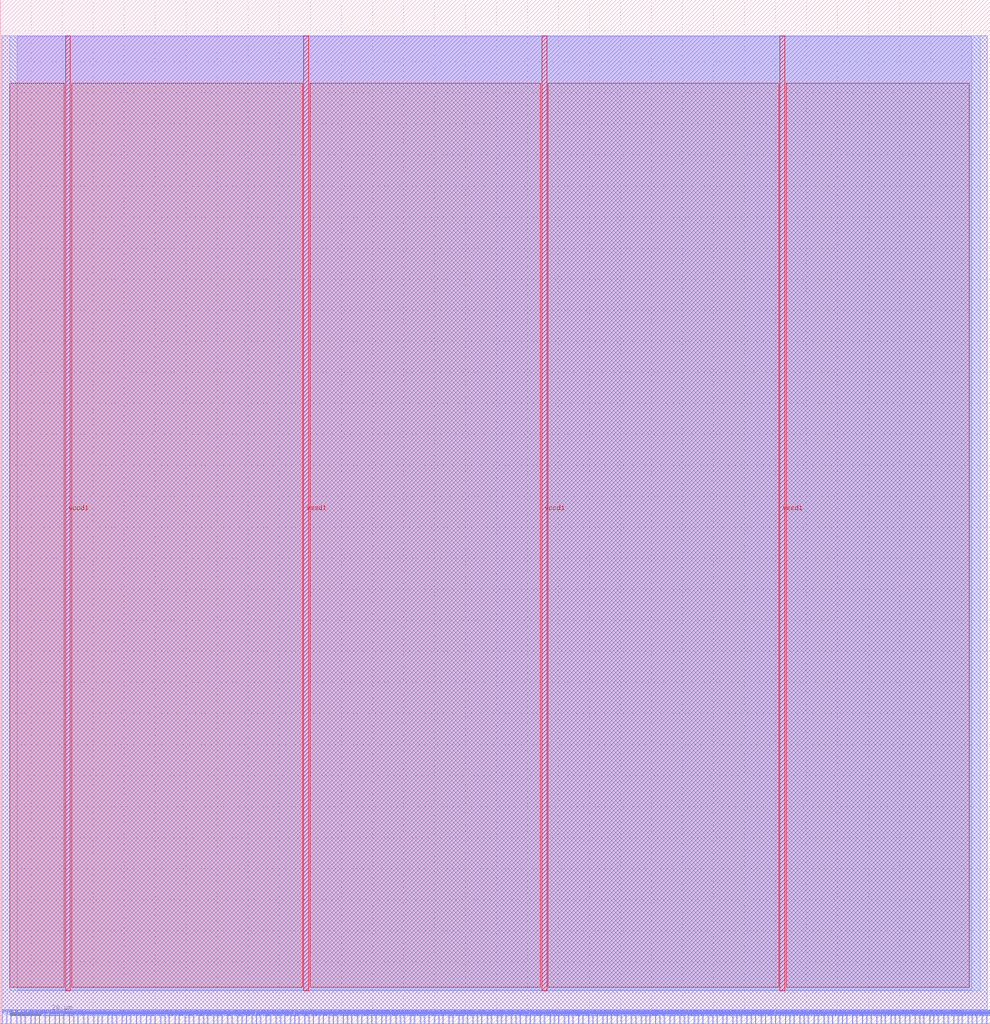
<source format=lef>
VERSION 5.7 ;
  NOWIREEXTENSIONATPIN ON ;
  DIVIDERCHAR "/" ;
  BUSBITCHARS "[]" ;
MACRO mkQF100Memory
  CLASS BLOCK ;
  FOREIGN mkQF100Memory ;
  ORIGIN 0.000 0.000 ;
  SIZE 319.240 BY 329.960 ;
  PIN CLK
    DIRECTION INPUT ;
    USE SIGNAL ;
    PORT
      LAYER met2 ;
        RECT 0.550 0.000 0.830 4.000 ;
    END
  END CLK
  PIN EN_memory_dmem_request_put
    DIRECTION INPUT ;
    USE SIGNAL ;
    PORT
      LAYER met2 ;
        RECT 3.310 0.000 3.590 4.000 ;
    END
  END EN_memory_dmem_request_put
  PIN EN_memory_dmem_response_get
    DIRECTION INPUT ;
    USE SIGNAL ;
    PORT
      LAYER met2 ;
        RECT 5.150 0.000 5.430 4.000 ;
    END
  END EN_memory_dmem_response_get
  PIN EN_memory_imem_request_put
    DIRECTION INPUT ;
    USE SIGNAL ;
    PORT
      LAYER met2 ;
        RECT 6.530 0.000 6.810 4.000 ;
    END
  END EN_memory_imem_request_put
  PIN EN_memory_imem_response_get
    DIRECTION INPUT ;
    USE SIGNAL ;
    PORT
      LAYER met2 ;
        RECT 7.910 0.000 8.190 4.000 ;
    END
  END EN_memory_imem_response_get
  PIN RDY_memory_dmem_request_put
    DIRECTION OUTPUT TRISTATE ;
    USE SIGNAL ;
    PORT
      LAYER met2 ;
        RECT 9.750 0.000 10.030 4.000 ;
    END
  END RDY_memory_dmem_request_put
  PIN RDY_memory_dmem_response_get
    DIRECTION OUTPUT TRISTATE ;
    USE SIGNAL ;
    PORT
      LAYER met2 ;
        RECT 11.130 0.000 11.410 4.000 ;
    END
  END RDY_memory_dmem_response_get
  PIN RDY_memory_imem_request_put
    DIRECTION OUTPUT TRISTATE ;
    USE SIGNAL ;
    PORT
      LAYER met2 ;
        RECT 12.510 0.000 12.790 4.000 ;
    END
  END RDY_memory_imem_request_put
  PIN RDY_memory_imem_response_get
    DIRECTION OUTPUT TRISTATE ;
    USE SIGNAL ;
    PORT
      LAYER met2 ;
        RECT 14.350 0.000 14.630 4.000 ;
    END
  END RDY_memory_imem_response_get
  PIN RST_N
    DIRECTION INPUT ;
    USE SIGNAL ;
    PORT
      LAYER met2 ;
        RECT 1.930 0.000 2.210 4.000 ;
    END
  END RST_N
  PIN memory_dmem_request_put[0]
    DIRECTION INPUT ;
    USE SIGNAL ;
    PORT
      LAYER met2 ;
        RECT 15.730 0.000 16.010 4.000 ;
    END
  END memory_dmem_request_put[0]
  PIN memory_dmem_request_put[10]
    DIRECTION INPUT ;
    USE SIGNAL ;
    PORT
      LAYER met2 ;
        RECT 77.830 0.000 78.110 4.000 ;
    END
  END memory_dmem_request_put[10]
  PIN memory_dmem_request_put[11]
    DIRECTION INPUT ;
    USE SIGNAL ;
    PORT
      LAYER met2 ;
        RECT 83.810 0.000 84.090 4.000 ;
    END
  END memory_dmem_request_put[11]
  PIN memory_dmem_request_put[12]
    DIRECTION INPUT ;
    USE SIGNAL ;
    PORT
      LAYER met2 ;
        RECT 90.250 0.000 90.530 4.000 ;
    END
  END memory_dmem_request_put[12]
  PIN memory_dmem_request_put[13]
    DIRECTION INPUT ;
    USE SIGNAL ;
    PORT
      LAYER met2 ;
        RECT 96.230 0.000 96.510 4.000 ;
    END
  END memory_dmem_request_put[13]
  PIN memory_dmem_request_put[14]
    DIRECTION INPUT ;
    USE SIGNAL ;
    PORT
      LAYER met2 ;
        RECT 102.670 0.000 102.950 4.000 ;
    END
  END memory_dmem_request_put[14]
  PIN memory_dmem_request_put[15]
    DIRECTION INPUT ;
    USE SIGNAL ;
    PORT
      LAYER met2 ;
        RECT 108.650 0.000 108.930 4.000 ;
    END
  END memory_dmem_request_put[15]
  PIN memory_dmem_request_put[16]
    DIRECTION INPUT ;
    USE SIGNAL ;
    PORT
      LAYER met2 ;
        RECT 115.090 0.000 115.370 4.000 ;
    END
  END memory_dmem_request_put[16]
  PIN memory_dmem_request_put[17]
    DIRECTION INPUT ;
    USE SIGNAL ;
    PORT
      LAYER met2 ;
        RECT 121.070 0.000 121.350 4.000 ;
    END
  END memory_dmem_request_put[17]
  PIN memory_dmem_request_put[18]
    DIRECTION INPUT ;
    USE SIGNAL ;
    PORT
      LAYER met2 ;
        RECT 127.510 0.000 127.790 4.000 ;
    END
  END memory_dmem_request_put[18]
  PIN memory_dmem_request_put[19]
    DIRECTION INPUT ;
    USE SIGNAL ;
    PORT
      LAYER met2 ;
        RECT 133.490 0.000 133.770 4.000 ;
    END
  END memory_dmem_request_put[19]
  PIN memory_dmem_request_put[1]
    DIRECTION INPUT ;
    USE SIGNAL ;
    PORT
      LAYER met2 ;
        RECT 22.170 0.000 22.450 4.000 ;
    END
  END memory_dmem_request_put[1]
  PIN memory_dmem_request_put[20]
    DIRECTION INPUT ;
    USE SIGNAL ;
    PORT
      LAYER met2 ;
        RECT 139.930 0.000 140.210 4.000 ;
    END
  END memory_dmem_request_put[20]
  PIN memory_dmem_request_put[21]
    DIRECTION INPUT ;
    USE SIGNAL ;
    PORT
      LAYER met2 ;
        RECT 145.910 0.000 146.190 4.000 ;
    END
  END memory_dmem_request_put[21]
  PIN memory_dmem_request_put[22]
    DIRECTION INPUT ;
    USE SIGNAL ;
    PORT
      LAYER met2 ;
        RECT 152.350 0.000 152.630 4.000 ;
    END
  END memory_dmem_request_put[22]
  PIN memory_dmem_request_put[23]
    DIRECTION INPUT ;
    USE SIGNAL ;
    PORT
      LAYER met2 ;
        RECT 158.330 0.000 158.610 4.000 ;
    END
  END memory_dmem_request_put[23]
  PIN memory_dmem_request_put[24]
    DIRECTION INPUT ;
    USE SIGNAL ;
    PORT
      LAYER met2 ;
        RECT 164.770 0.000 165.050 4.000 ;
    END
  END memory_dmem_request_put[24]
  PIN memory_dmem_request_put[25]
    DIRECTION INPUT ;
    USE SIGNAL ;
    PORT
      LAYER met2 ;
        RECT 170.750 0.000 171.030 4.000 ;
    END
  END memory_dmem_request_put[25]
  PIN memory_dmem_request_put[26]
    DIRECTION INPUT ;
    USE SIGNAL ;
    PORT
      LAYER met2 ;
        RECT 177.190 0.000 177.470 4.000 ;
    END
  END memory_dmem_request_put[26]
  PIN memory_dmem_request_put[27]
    DIRECTION INPUT ;
    USE SIGNAL ;
    PORT
      LAYER met2 ;
        RECT 183.170 0.000 183.450 4.000 ;
    END
  END memory_dmem_request_put[27]
  PIN memory_dmem_request_put[28]
    DIRECTION INPUT ;
    USE SIGNAL ;
    PORT
      LAYER met2 ;
        RECT 189.610 0.000 189.890 4.000 ;
    END
  END memory_dmem_request_put[28]
  PIN memory_dmem_request_put[29]
    DIRECTION INPUT ;
    USE SIGNAL ;
    PORT
      LAYER met2 ;
        RECT 195.590 0.000 195.870 4.000 ;
    END
  END memory_dmem_request_put[29]
  PIN memory_dmem_request_put[2]
    DIRECTION INPUT ;
    USE SIGNAL ;
    PORT
      LAYER met2 ;
        RECT 28.150 0.000 28.430 4.000 ;
    END
  END memory_dmem_request_put[2]
  PIN memory_dmem_request_put[30]
    DIRECTION INPUT ;
    USE SIGNAL ;
    PORT
      LAYER met2 ;
        RECT 201.570 0.000 201.850 4.000 ;
    END
  END memory_dmem_request_put[30]
  PIN memory_dmem_request_put[31]
    DIRECTION INPUT ;
    USE SIGNAL ;
    PORT
      LAYER met2 ;
        RECT 208.010 0.000 208.290 4.000 ;
    END
  END memory_dmem_request_put[31]
  PIN memory_dmem_request_put[32]
    DIRECTION INPUT ;
    USE SIGNAL ;
    PORT
      LAYER met2 ;
        RECT 213.990 0.000 214.270 4.000 ;
    END
  END memory_dmem_request_put[32]
  PIN memory_dmem_request_put[33]
    DIRECTION INPUT ;
    USE SIGNAL ;
    PORT
      LAYER met2 ;
        RECT 215.830 0.000 216.110 4.000 ;
    END
  END memory_dmem_request_put[33]
  PIN memory_dmem_request_put[34]
    DIRECTION INPUT ;
    USE SIGNAL ;
    PORT
      LAYER met2 ;
        RECT 217.210 0.000 217.490 4.000 ;
    END
  END memory_dmem_request_put[34]
  PIN memory_dmem_request_put[35]
    DIRECTION INPUT ;
    USE SIGNAL ;
    PORT
      LAYER met2 ;
        RECT 219.050 0.000 219.330 4.000 ;
    END
  END memory_dmem_request_put[35]
  PIN memory_dmem_request_put[36]
    DIRECTION INPUT ;
    USE SIGNAL ;
    PORT
      LAYER met2 ;
        RECT 220.430 0.000 220.710 4.000 ;
    END
  END memory_dmem_request_put[36]
  PIN memory_dmem_request_put[37]
    DIRECTION INPUT ;
    USE SIGNAL ;
    PORT
      LAYER met2 ;
        RECT 221.810 0.000 222.090 4.000 ;
    END
  END memory_dmem_request_put[37]
  PIN memory_dmem_request_put[38]
    DIRECTION INPUT ;
    USE SIGNAL ;
    PORT
      LAYER met2 ;
        RECT 223.650 0.000 223.930 4.000 ;
    END
  END memory_dmem_request_put[38]
  PIN memory_dmem_request_put[39]
    DIRECTION INPUT ;
    USE SIGNAL ;
    PORT
      LAYER met2 ;
        RECT 225.030 0.000 225.310 4.000 ;
    END
  END memory_dmem_request_put[39]
  PIN memory_dmem_request_put[3]
    DIRECTION INPUT ;
    USE SIGNAL ;
    PORT
      LAYER met2 ;
        RECT 34.590 0.000 34.870 4.000 ;
    END
  END memory_dmem_request_put[3]
  PIN memory_dmem_request_put[40]
    DIRECTION INPUT ;
    USE SIGNAL ;
    PORT
      LAYER met2 ;
        RECT 226.410 0.000 226.690 4.000 ;
    END
  END memory_dmem_request_put[40]
  PIN memory_dmem_request_put[41]
    DIRECTION INPUT ;
    USE SIGNAL ;
    PORT
      LAYER met2 ;
        RECT 228.250 0.000 228.530 4.000 ;
    END
  END memory_dmem_request_put[41]
  PIN memory_dmem_request_put[42]
    DIRECTION INPUT ;
    USE SIGNAL ;
    PORT
      LAYER met2 ;
        RECT 229.630 0.000 229.910 4.000 ;
    END
  END memory_dmem_request_put[42]
  PIN memory_dmem_request_put[43]
    DIRECTION INPUT ;
    USE SIGNAL ;
    PORT
      LAYER met2 ;
        RECT 231.010 0.000 231.290 4.000 ;
    END
  END memory_dmem_request_put[43]
  PIN memory_dmem_request_put[44]
    DIRECTION INPUT ;
    USE SIGNAL ;
    PORT
      LAYER met2 ;
        RECT 232.850 0.000 233.130 4.000 ;
    END
  END memory_dmem_request_put[44]
  PIN memory_dmem_request_put[45]
    DIRECTION INPUT ;
    USE SIGNAL ;
    PORT
      LAYER met2 ;
        RECT 234.230 0.000 234.510 4.000 ;
    END
  END memory_dmem_request_put[45]
  PIN memory_dmem_request_put[46]
    DIRECTION INPUT ;
    USE SIGNAL ;
    PORT
      LAYER met2 ;
        RECT 236.070 0.000 236.350 4.000 ;
    END
  END memory_dmem_request_put[46]
  PIN memory_dmem_request_put[47]
    DIRECTION INPUT ;
    USE SIGNAL ;
    PORT
      LAYER met2 ;
        RECT 237.450 0.000 237.730 4.000 ;
    END
  END memory_dmem_request_put[47]
  PIN memory_dmem_request_put[48]
    DIRECTION INPUT ;
    USE SIGNAL ;
    PORT
      LAYER met2 ;
        RECT 238.830 0.000 239.110 4.000 ;
    END
  END memory_dmem_request_put[48]
  PIN memory_dmem_request_put[49]
    DIRECTION INPUT ;
    USE SIGNAL ;
    PORT
      LAYER met2 ;
        RECT 240.670 0.000 240.950 4.000 ;
    END
  END memory_dmem_request_put[49]
  PIN memory_dmem_request_put[4]
    DIRECTION INPUT ;
    USE SIGNAL ;
    PORT
      LAYER met2 ;
        RECT 40.570 0.000 40.850 4.000 ;
    END
  END memory_dmem_request_put[4]
  PIN memory_dmem_request_put[50]
    DIRECTION INPUT ;
    USE SIGNAL ;
    PORT
      LAYER met2 ;
        RECT 242.050 0.000 242.330 4.000 ;
    END
  END memory_dmem_request_put[50]
  PIN memory_dmem_request_put[51]
    DIRECTION INPUT ;
    USE SIGNAL ;
    PORT
      LAYER met2 ;
        RECT 243.430 0.000 243.710 4.000 ;
    END
  END memory_dmem_request_put[51]
  PIN memory_dmem_request_put[52]
    DIRECTION INPUT ;
    USE SIGNAL ;
    PORT
      LAYER met2 ;
        RECT 245.270 0.000 245.550 4.000 ;
    END
  END memory_dmem_request_put[52]
  PIN memory_dmem_request_put[53]
    DIRECTION INPUT ;
    USE SIGNAL ;
    PORT
      LAYER met2 ;
        RECT 246.650 0.000 246.930 4.000 ;
    END
  END memory_dmem_request_put[53]
  PIN memory_dmem_request_put[54]
    DIRECTION INPUT ;
    USE SIGNAL ;
    PORT
      LAYER met2 ;
        RECT 248.490 0.000 248.770 4.000 ;
    END
  END memory_dmem_request_put[54]
  PIN memory_dmem_request_put[55]
    DIRECTION INPUT ;
    USE SIGNAL ;
    PORT
      LAYER met2 ;
        RECT 249.870 0.000 250.150 4.000 ;
    END
  END memory_dmem_request_put[55]
  PIN memory_dmem_request_put[56]
    DIRECTION INPUT ;
    USE SIGNAL ;
    PORT
      LAYER met2 ;
        RECT 251.250 0.000 251.530 4.000 ;
    END
  END memory_dmem_request_put[56]
  PIN memory_dmem_request_put[57]
    DIRECTION INPUT ;
    USE SIGNAL ;
    PORT
      LAYER met2 ;
        RECT 253.090 0.000 253.370 4.000 ;
    END
  END memory_dmem_request_put[57]
  PIN memory_dmem_request_put[58]
    DIRECTION INPUT ;
    USE SIGNAL ;
    PORT
      LAYER met2 ;
        RECT 254.470 0.000 254.750 4.000 ;
    END
  END memory_dmem_request_put[58]
  PIN memory_dmem_request_put[59]
    DIRECTION INPUT ;
    USE SIGNAL ;
    PORT
      LAYER met2 ;
        RECT 255.850 0.000 256.130 4.000 ;
    END
  END memory_dmem_request_put[59]
  PIN memory_dmem_request_put[5]
    DIRECTION INPUT ;
    USE SIGNAL ;
    PORT
      LAYER met2 ;
        RECT 47.010 0.000 47.290 4.000 ;
    END
  END memory_dmem_request_put[5]
  PIN memory_dmem_request_put[60]
    DIRECTION INPUT ;
    USE SIGNAL ;
    PORT
      LAYER met2 ;
        RECT 257.690 0.000 257.970 4.000 ;
    END
  END memory_dmem_request_put[60]
  PIN memory_dmem_request_put[61]
    DIRECTION INPUT ;
    USE SIGNAL ;
    PORT
      LAYER met2 ;
        RECT 259.070 0.000 259.350 4.000 ;
    END
  END memory_dmem_request_put[61]
  PIN memory_dmem_request_put[62]
    DIRECTION INPUT ;
    USE SIGNAL ;
    PORT
      LAYER met2 ;
        RECT 260.450 0.000 260.730 4.000 ;
    END
  END memory_dmem_request_put[62]
  PIN memory_dmem_request_put[63]
    DIRECTION INPUT ;
    USE SIGNAL ;
    PORT
      LAYER met2 ;
        RECT 262.290 0.000 262.570 4.000 ;
    END
  END memory_dmem_request_put[63]
  PIN memory_dmem_request_put[64]
    DIRECTION INPUT ;
    USE SIGNAL ;
    PORT
      LAYER met2 ;
        RECT 263.670 0.000 263.950 4.000 ;
    END
  END memory_dmem_request_put[64]
  PIN memory_dmem_request_put[65]
    DIRECTION INPUT ;
    USE SIGNAL ;
    PORT
      LAYER met2 ;
        RECT 265.510 0.000 265.790 4.000 ;
    END
  END memory_dmem_request_put[65]
  PIN memory_dmem_request_put[66]
    DIRECTION INPUT ;
    USE SIGNAL ;
    PORT
      LAYER met2 ;
        RECT 266.890 0.000 267.170 4.000 ;
    END
  END memory_dmem_request_put[66]
  PIN memory_dmem_request_put[67]
    DIRECTION INPUT ;
    USE SIGNAL ;
    PORT
      LAYER met2 ;
        RECT 268.270 0.000 268.550 4.000 ;
    END
  END memory_dmem_request_put[67]
  PIN memory_dmem_request_put[68]
    DIRECTION INPUT ;
    USE SIGNAL ;
    PORT
      LAYER met2 ;
        RECT 270.110 0.000 270.390 4.000 ;
    END
  END memory_dmem_request_put[68]
  PIN memory_dmem_request_put[69]
    DIRECTION INPUT ;
    USE SIGNAL ;
    PORT
      LAYER met2 ;
        RECT 271.490 0.000 271.770 4.000 ;
    END
  END memory_dmem_request_put[69]
  PIN memory_dmem_request_put[6]
    DIRECTION INPUT ;
    USE SIGNAL ;
    PORT
      LAYER met2 ;
        RECT 52.990 0.000 53.270 4.000 ;
    END
  END memory_dmem_request_put[6]
  PIN memory_dmem_request_put[70]
    DIRECTION INPUT ;
    USE SIGNAL ;
    PORT
      LAYER met2 ;
        RECT 272.870 0.000 273.150 4.000 ;
    END
  END memory_dmem_request_put[70]
  PIN memory_dmem_request_put[71]
    DIRECTION INPUT ;
    USE SIGNAL ;
    PORT
      LAYER met2 ;
        RECT 274.710 0.000 274.990 4.000 ;
    END
  END memory_dmem_request_put[71]
  PIN memory_dmem_request_put[72]
    DIRECTION INPUT ;
    USE SIGNAL ;
    PORT
      LAYER met2 ;
        RECT 276.090 0.000 276.370 4.000 ;
    END
  END memory_dmem_request_put[72]
  PIN memory_dmem_request_put[73]
    DIRECTION INPUT ;
    USE SIGNAL ;
    PORT
      LAYER met2 ;
        RECT 277.930 0.000 278.210 4.000 ;
    END
  END memory_dmem_request_put[73]
  PIN memory_dmem_request_put[74]
    DIRECTION INPUT ;
    USE SIGNAL ;
    PORT
      LAYER met2 ;
        RECT 279.310 0.000 279.590 4.000 ;
    END
  END memory_dmem_request_put[74]
  PIN memory_dmem_request_put[75]
    DIRECTION INPUT ;
    USE SIGNAL ;
    PORT
      LAYER met2 ;
        RECT 280.690 0.000 280.970 4.000 ;
    END
  END memory_dmem_request_put[75]
  PIN memory_dmem_request_put[76]
    DIRECTION INPUT ;
    USE SIGNAL ;
    PORT
      LAYER met2 ;
        RECT 282.530 0.000 282.810 4.000 ;
    END
  END memory_dmem_request_put[76]
  PIN memory_dmem_request_put[77]
    DIRECTION INPUT ;
    USE SIGNAL ;
    PORT
      LAYER met2 ;
        RECT 283.910 0.000 284.190 4.000 ;
    END
  END memory_dmem_request_put[77]
  PIN memory_dmem_request_put[78]
    DIRECTION INPUT ;
    USE SIGNAL ;
    PORT
      LAYER met2 ;
        RECT 285.290 0.000 285.570 4.000 ;
    END
  END memory_dmem_request_put[78]
  PIN memory_dmem_request_put[79]
    DIRECTION INPUT ;
    USE SIGNAL ;
    PORT
      LAYER met2 ;
        RECT 287.130 0.000 287.410 4.000 ;
    END
  END memory_dmem_request_put[79]
  PIN memory_dmem_request_put[7]
    DIRECTION INPUT ;
    USE SIGNAL ;
    PORT
      LAYER met2 ;
        RECT 59.430 0.000 59.710 4.000 ;
    END
  END memory_dmem_request_put[7]
  PIN memory_dmem_request_put[80]
    DIRECTION INPUT ;
    USE SIGNAL ;
    PORT
      LAYER met2 ;
        RECT 288.510 0.000 288.790 4.000 ;
    END
  END memory_dmem_request_put[80]
  PIN memory_dmem_request_put[81]
    DIRECTION INPUT ;
    USE SIGNAL ;
    PORT
      LAYER met2 ;
        RECT 289.890 0.000 290.170 4.000 ;
    END
  END memory_dmem_request_put[81]
  PIN memory_dmem_request_put[82]
    DIRECTION INPUT ;
    USE SIGNAL ;
    PORT
      LAYER met2 ;
        RECT 291.730 0.000 292.010 4.000 ;
    END
  END memory_dmem_request_put[82]
  PIN memory_dmem_request_put[83]
    DIRECTION INPUT ;
    USE SIGNAL ;
    PORT
      LAYER met2 ;
        RECT 293.110 0.000 293.390 4.000 ;
    END
  END memory_dmem_request_put[83]
  PIN memory_dmem_request_put[84]
    DIRECTION INPUT ;
    USE SIGNAL ;
    PORT
      LAYER met2 ;
        RECT 294.950 0.000 295.230 4.000 ;
    END
  END memory_dmem_request_put[84]
  PIN memory_dmem_request_put[85]
    DIRECTION INPUT ;
    USE SIGNAL ;
    PORT
      LAYER met2 ;
        RECT 296.330 0.000 296.610 4.000 ;
    END
  END memory_dmem_request_put[85]
  PIN memory_dmem_request_put[86]
    DIRECTION INPUT ;
    USE SIGNAL ;
    PORT
      LAYER met2 ;
        RECT 297.710 0.000 297.990 4.000 ;
    END
  END memory_dmem_request_put[86]
  PIN memory_dmem_request_put[87]
    DIRECTION INPUT ;
    USE SIGNAL ;
    PORT
      LAYER met2 ;
        RECT 299.550 0.000 299.830 4.000 ;
    END
  END memory_dmem_request_put[87]
  PIN memory_dmem_request_put[88]
    DIRECTION INPUT ;
    USE SIGNAL ;
    PORT
      LAYER met2 ;
        RECT 300.930 0.000 301.210 4.000 ;
    END
  END memory_dmem_request_put[88]
  PIN memory_dmem_request_put[89]
    DIRECTION INPUT ;
    USE SIGNAL ;
    PORT
      LAYER met2 ;
        RECT 302.310 0.000 302.590 4.000 ;
    END
  END memory_dmem_request_put[89]
  PIN memory_dmem_request_put[8]
    DIRECTION INPUT ;
    USE SIGNAL ;
    PORT
      LAYER met2 ;
        RECT 65.410 0.000 65.690 4.000 ;
    END
  END memory_dmem_request_put[8]
  PIN memory_dmem_request_put[90]
    DIRECTION INPUT ;
    USE SIGNAL ;
    PORT
      LAYER met2 ;
        RECT 304.150 0.000 304.430 4.000 ;
    END
  END memory_dmem_request_put[90]
  PIN memory_dmem_request_put[91]
    DIRECTION INPUT ;
    USE SIGNAL ;
    PORT
      LAYER met2 ;
        RECT 305.530 0.000 305.810 4.000 ;
    END
  END memory_dmem_request_put[91]
  PIN memory_dmem_request_put[92]
    DIRECTION INPUT ;
    USE SIGNAL ;
    PORT
      LAYER met2 ;
        RECT 307.370 0.000 307.650 4.000 ;
    END
  END memory_dmem_request_put[92]
  PIN memory_dmem_request_put[93]
    DIRECTION INPUT ;
    USE SIGNAL ;
    PORT
      LAYER met2 ;
        RECT 308.750 0.000 309.030 4.000 ;
    END
  END memory_dmem_request_put[93]
  PIN memory_dmem_request_put[94]
    DIRECTION INPUT ;
    USE SIGNAL ;
    PORT
      LAYER met2 ;
        RECT 310.130 0.000 310.410 4.000 ;
    END
  END memory_dmem_request_put[94]
  PIN memory_dmem_request_put[95]
    DIRECTION INPUT ;
    USE SIGNAL ;
    PORT
      LAYER met2 ;
        RECT 311.970 0.000 312.250 4.000 ;
    END
  END memory_dmem_request_put[95]
  PIN memory_dmem_request_put[96]
    DIRECTION INPUT ;
    USE SIGNAL ;
    PORT
      LAYER met2 ;
        RECT 313.350 0.000 313.630 4.000 ;
    END
  END memory_dmem_request_put[96]
  PIN memory_dmem_request_put[97]
    DIRECTION INPUT ;
    USE SIGNAL ;
    PORT
      LAYER met2 ;
        RECT 314.730 0.000 315.010 4.000 ;
    END
  END memory_dmem_request_put[97]
  PIN memory_dmem_request_put[98]
    DIRECTION INPUT ;
    USE SIGNAL ;
    PORT
      LAYER met2 ;
        RECT 316.570 0.000 316.850 4.000 ;
    END
  END memory_dmem_request_put[98]
  PIN memory_dmem_request_put[99]
    DIRECTION INPUT ;
    USE SIGNAL ;
    PORT
      LAYER met2 ;
        RECT 317.950 0.000 318.230 4.000 ;
    END
  END memory_dmem_request_put[99]
  PIN memory_dmem_request_put[9]
    DIRECTION INPUT ;
    USE SIGNAL ;
    PORT
      LAYER met2 ;
        RECT 71.390 0.000 71.670 4.000 ;
    END
  END memory_dmem_request_put[9]
  PIN memory_dmem_response_get[0]
    DIRECTION OUTPUT TRISTATE ;
    USE SIGNAL ;
    PORT
      LAYER met2 ;
        RECT 17.570 0.000 17.850 4.000 ;
    END
  END memory_dmem_response_get[0]
  PIN memory_dmem_response_get[10]
    DIRECTION OUTPUT TRISTATE ;
    USE SIGNAL ;
    PORT
      LAYER met2 ;
        RECT 79.210 0.000 79.490 4.000 ;
    END
  END memory_dmem_response_get[10]
  PIN memory_dmem_response_get[11]
    DIRECTION OUTPUT TRISTATE ;
    USE SIGNAL ;
    PORT
      LAYER met2 ;
        RECT 85.650 0.000 85.930 4.000 ;
    END
  END memory_dmem_response_get[11]
  PIN memory_dmem_response_get[12]
    DIRECTION OUTPUT TRISTATE ;
    USE SIGNAL ;
    PORT
      LAYER met2 ;
        RECT 91.630 0.000 91.910 4.000 ;
    END
  END memory_dmem_response_get[12]
  PIN memory_dmem_response_get[13]
    DIRECTION OUTPUT TRISTATE ;
    USE SIGNAL ;
    PORT
      LAYER met2 ;
        RECT 98.070 0.000 98.350 4.000 ;
    END
  END memory_dmem_response_get[13]
  PIN memory_dmem_response_get[14]
    DIRECTION OUTPUT TRISTATE ;
    USE SIGNAL ;
    PORT
      LAYER met2 ;
        RECT 104.050 0.000 104.330 4.000 ;
    END
  END memory_dmem_response_get[14]
  PIN memory_dmem_response_get[15]
    DIRECTION OUTPUT TRISTATE ;
    USE SIGNAL ;
    PORT
      LAYER met2 ;
        RECT 110.490 0.000 110.770 4.000 ;
    END
  END memory_dmem_response_get[15]
  PIN memory_dmem_response_get[16]
    DIRECTION OUTPUT TRISTATE ;
    USE SIGNAL ;
    PORT
      LAYER met2 ;
        RECT 116.470 0.000 116.750 4.000 ;
    END
  END memory_dmem_response_get[16]
  PIN memory_dmem_response_get[17]
    DIRECTION OUTPUT TRISTATE ;
    USE SIGNAL ;
    PORT
      LAYER met2 ;
        RECT 122.910 0.000 123.190 4.000 ;
    END
  END memory_dmem_response_get[17]
  PIN memory_dmem_response_get[18]
    DIRECTION OUTPUT TRISTATE ;
    USE SIGNAL ;
    PORT
      LAYER met2 ;
        RECT 128.890 0.000 129.170 4.000 ;
    END
  END memory_dmem_response_get[18]
  PIN memory_dmem_response_get[19]
    DIRECTION OUTPUT TRISTATE ;
    USE SIGNAL ;
    PORT
      LAYER met2 ;
        RECT 135.330 0.000 135.610 4.000 ;
    END
  END memory_dmem_response_get[19]
  PIN memory_dmem_response_get[1]
    DIRECTION OUTPUT TRISTATE ;
    USE SIGNAL ;
    PORT
      LAYER met2 ;
        RECT 23.550 0.000 23.830 4.000 ;
    END
  END memory_dmem_response_get[1]
  PIN memory_dmem_response_get[20]
    DIRECTION OUTPUT TRISTATE ;
    USE SIGNAL ;
    PORT
      LAYER met2 ;
        RECT 141.310 0.000 141.590 4.000 ;
    END
  END memory_dmem_response_get[20]
  PIN memory_dmem_response_get[21]
    DIRECTION OUTPUT TRISTATE ;
    USE SIGNAL ;
    PORT
      LAYER met2 ;
        RECT 147.750 0.000 148.030 4.000 ;
    END
  END memory_dmem_response_get[21]
  PIN memory_dmem_response_get[22]
    DIRECTION OUTPUT TRISTATE ;
    USE SIGNAL ;
    PORT
      LAYER met2 ;
        RECT 153.730 0.000 154.010 4.000 ;
    END
  END memory_dmem_response_get[22]
  PIN memory_dmem_response_get[23]
    DIRECTION OUTPUT TRISTATE ;
    USE SIGNAL ;
    PORT
      LAYER met2 ;
        RECT 160.170 0.000 160.450 4.000 ;
    END
  END memory_dmem_response_get[23]
  PIN memory_dmem_response_get[24]
    DIRECTION OUTPUT TRISTATE ;
    USE SIGNAL ;
    PORT
      LAYER met2 ;
        RECT 166.150 0.000 166.430 4.000 ;
    END
  END memory_dmem_response_get[24]
  PIN memory_dmem_response_get[25]
    DIRECTION OUTPUT TRISTATE ;
    USE SIGNAL ;
    PORT
      LAYER met2 ;
        RECT 172.130 0.000 172.410 4.000 ;
    END
  END memory_dmem_response_get[25]
  PIN memory_dmem_response_get[26]
    DIRECTION OUTPUT TRISTATE ;
    USE SIGNAL ;
    PORT
      LAYER met2 ;
        RECT 178.570 0.000 178.850 4.000 ;
    END
  END memory_dmem_response_get[26]
  PIN memory_dmem_response_get[27]
    DIRECTION OUTPUT TRISTATE ;
    USE SIGNAL ;
    PORT
      LAYER met2 ;
        RECT 184.550 0.000 184.830 4.000 ;
    END
  END memory_dmem_response_get[27]
  PIN memory_dmem_response_get[28]
    DIRECTION OUTPUT TRISTATE ;
    USE SIGNAL ;
    PORT
      LAYER met2 ;
        RECT 190.990 0.000 191.270 4.000 ;
    END
  END memory_dmem_response_get[28]
  PIN memory_dmem_response_get[29]
    DIRECTION OUTPUT TRISTATE ;
    USE SIGNAL ;
    PORT
      LAYER met2 ;
        RECT 196.970 0.000 197.250 4.000 ;
    END
  END memory_dmem_response_get[29]
  PIN memory_dmem_response_get[2]
    DIRECTION OUTPUT TRISTATE ;
    USE SIGNAL ;
    PORT
      LAYER met2 ;
        RECT 29.990 0.000 30.270 4.000 ;
    END
  END memory_dmem_response_get[2]
  PIN memory_dmem_response_get[30]
    DIRECTION OUTPUT TRISTATE ;
    USE SIGNAL ;
    PORT
      LAYER met2 ;
        RECT 203.410 0.000 203.690 4.000 ;
    END
  END memory_dmem_response_get[30]
  PIN memory_dmem_response_get[31]
    DIRECTION OUTPUT TRISTATE ;
    USE SIGNAL ;
    PORT
      LAYER met2 ;
        RECT 209.390 0.000 209.670 4.000 ;
    END
  END memory_dmem_response_get[31]
  PIN memory_dmem_response_get[3]
    DIRECTION OUTPUT TRISTATE ;
    USE SIGNAL ;
    PORT
      LAYER met2 ;
        RECT 35.970 0.000 36.250 4.000 ;
    END
  END memory_dmem_response_get[3]
  PIN memory_dmem_response_get[4]
    DIRECTION OUTPUT TRISTATE ;
    USE SIGNAL ;
    PORT
      LAYER met2 ;
        RECT 41.950 0.000 42.230 4.000 ;
    END
  END memory_dmem_response_get[4]
  PIN memory_dmem_response_get[5]
    DIRECTION OUTPUT TRISTATE ;
    USE SIGNAL ;
    PORT
      LAYER met2 ;
        RECT 48.390 0.000 48.670 4.000 ;
    END
  END memory_dmem_response_get[5]
  PIN memory_dmem_response_get[6]
    DIRECTION OUTPUT TRISTATE ;
    USE SIGNAL ;
    PORT
      LAYER met2 ;
        RECT 54.370 0.000 54.650 4.000 ;
    END
  END memory_dmem_response_get[6]
  PIN memory_dmem_response_get[7]
    DIRECTION OUTPUT TRISTATE ;
    USE SIGNAL ;
    PORT
      LAYER met2 ;
        RECT 60.810 0.000 61.090 4.000 ;
    END
  END memory_dmem_response_get[7]
  PIN memory_dmem_response_get[8]
    DIRECTION OUTPUT TRISTATE ;
    USE SIGNAL ;
    PORT
      LAYER met2 ;
        RECT 66.790 0.000 67.070 4.000 ;
    END
  END memory_dmem_response_get[8]
  PIN memory_dmem_response_get[9]
    DIRECTION OUTPUT TRISTATE ;
    USE SIGNAL ;
    PORT
      LAYER met2 ;
        RECT 73.230 0.000 73.510 4.000 ;
    END
  END memory_dmem_response_get[9]
  PIN memory_imem_request_put[0]
    DIRECTION INPUT ;
    USE SIGNAL ;
    PORT
      LAYER met2 ;
        RECT 18.950 0.000 19.230 4.000 ;
    END
  END memory_imem_request_put[0]
  PIN memory_imem_request_put[10]
    DIRECTION INPUT ;
    USE SIGNAL ;
    PORT
      LAYER met2 ;
        RECT 81.050 0.000 81.330 4.000 ;
    END
  END memory_imem_request_put[10]
  PIN memory_imem_request_put[11]
    DIRECTION INPUT ;
    USE SIGNAL ;
    PORT
      LAYER met2 ;
        RECT 87.030 0.000 87.310 4.000 ;
    END
  END memory_imem_request_put[11]
  PIN memory_imem_request_put[12]
    DIRECTION INPUT ;
    USE SIGNAL ;
    PORT
      LAYER met2 ;
        RECT 93.470 0.000 93.750 4.000 ;
    END
  END memory_imem_request_put[12]
  PIN memory_imem_request_put[13]
    DIRECTION INPUT ;
    USE SIGNAL ;
    PORT
      LAYER met2 ;
        RECT 99.450 0.000 99.730 4.000 ;
    END
  END memory_imem_request_put[13]
  PIN memory_imem_request_put[14]
    DIRECTION INPUT ;
    USE SIGNAL ;
    PORT
      LAYER met2 ;
        RECT 105.890 0.000 106.170 4.000 ;
    END
  END memory_imem_request_put[14]
  PIN memory_imem_request_put[15]
    DIRECTION INPUT ;
    USE SIGNAL ;
    PORT
      LAYER met2 ;
        RECT 111.870 0.000 112.150 4.000 ;
    END
  END memory_imem_request_put[15]
  PIN memory_imem_request_put[16]
    DIRECTION INPUT ;
    USE SIGNAL ;
    PORT
      LAYER met2 ;
        RECT 118.310 0.000 118.590 4.000 ;
    END
  END memory_imem_request_put[16]
  PIN memory_imem_request_put[17]
    DIRECTION INPUT ;
    USE SIGNAL ;
    PORT
      LAYER met2 ;
        RECT 124.290 0.000 124.570 4.000 ;
    END
  END memory_imem_request_put[17]
  PIN memory_imem_request_put[18]
    DIRECTION INPUT ;
    USE SIGNAL ;
    PORT
      LAYER met2 ;
        RECT 130.270 0.000 130.550 4.000 ;
    END
  END memory_imem_request_put[18]
  PIN memory_imem_request_put[19]
    DIRECTION INPUT ;
    USE SIGNAL ;
    PORT
      LAYER met2 ;
        RECT 136.710 0.000 136.990 4.000 ;
    END
  END memory_imem_request_put[19]
  PIN memory_imem_request_put[1]
    DIRECTION INPUT ;
    USE SIGNAL ;
    PORT
      LAYER met2 ;
        RECT 24.930 0.000 25.210 4.000 ;
    END
  END memory_imem_request_put[1]
  PIN memory_imem_request_put[20]
    DIRECTION INPUT ;
    USE SIGNAL ;
    PORT
      LAYER met2 ;
        RECT 142.690 0.000 142.970 4.000 ;
    END
  END memory_imem_request_put[20]
  PIN memory_imem_request_put[21]
    DIRECTION INPUT ;
    USE SIGNAL ;
    PORT
      LAYER met2 ;
        RECT 149.130 0.000 149.410 4.000 ;
    END
  END memory_imem_request_put[21]
  PIN memory_imem_request_put[22]
    DIRECTION INPUT ;
    USE SIGNAL ;
    PORT
      LAYER met2 ;
        RECT 155.110 0.000 155.390 4.000 ;
    END
  END memory_imem_request_put[22]
  PIN memory_imem_request_put[23]
    DIRECTION INPUT ;
    USE SIGNAL ;
    PORT
      LAYER met2 ;
        RECT 161.550 0.000 161.830 4.000 ;
    END
  END memory_imem_request_put[23]
  PIN memory_imem_request_put[24]
    DIRECTION INPUT ;
    USE SIGNAL ;
    PORT
      LAYER met2 ;
        RECT 167.530 0.000 167.810 4.000 ;
    END
  END memory_imem_request_put[24]
  PIN memory_imem_request_put[25]
    DIRECTION INPUT ;
    USE SIGNAL ;
    PORT
      LAYER met2 ;
        RECT 173.970 0.000 174.250 4.000 ;
    END
  END memory_imem_request_put[25]
  PIN memory_imem_request_put[26]
    DIRECTION INPUT ;
    USE SIGNAL ;
    PORT
      LAYER met2 ;
        RECT 179.950 0.000 180.230 4.000 ;
    END
  END memory_imem_request_put[26]
  PIN memory_imem_request_put[27]
    DIRECTION INPUT ;
    USE SIGNAL ;
    PORT
      LAYER met2 ;
        RECT 186.390 0.000 186.670 4.000 ;
    END
  END memory_imem_request_put[27]
  PIN memory_imem_request_put[28]
    DIRECTION INPUT ;
    USE SIGNAL ;
    PORT
      LAYER met2 ;
        RECT 192.370 0.000 192.650 4.000 ;
    END
  END memory_imem_request_put[28]
  PIN memory_imem_request_put[29]
    DIRECTION INPUT ;
    USE SIGNAL ;
    PORT
      LAYER met2 ;
        RECT 198.810 0.000 199.090 4.000 ;
    END
  END memory_imem_request_put[29]
  PIN memory_imem_request_put[2]
    DIRECTION INPUT ;
    USE SIGNAL ;
    PORT
      LAYER met2 ;
        RECT 31.370 0.000 31.650 4.000 ;
    END
  END memory_imem_request_put[2]
  PIN memory_imem_request_put[30]
    DIRECTION INPUT ;
    USE SIGNAL ;
    PORT
      LAYER met2 ;
        RECT 204.790 0.000 205.070 4.000 ;
    END
  END memory_imem_request_put[30]
  PIN memory_imem_request_put[31]
    DIRECTION INPUT ;
    USE SIGNAL ;
    PORT
      LAYER met2 ;
        RECT 211.230 0.000 211.510 4.000 ;
    END
  END memory_imem_request_put[31]
  PIN memory_imem_request_put[3]
    DIRECTION INPUT ;
    USE SIGNAL ;
    PORT
      LAYER met2 ;
        RECT 37.350 0.000 37.630 4.000 ;
    END
  END memory_imem_request_put[3]
  PIN memory_imem_request_put[4]
    DIRECTION INPUT ;
    USE SIGNAL ;
    PORT
      LAYER met2 ;
        RECT 43.790 0.000 44.070 4.000 ;
    END
  END memory_imem_request_put[4]
  PIN memory_imem_request_put[5]
    DIRECTION INPUT ;
    USE SIGNAL ;
    PORT
      LAYER met2 ;
        RECT 49.770 0.000 50.050 4.000 ;
    END
  END memory_imem_request_put[5]
  PIN memory_imem_request_put[6]
    DIRECTION INPUT ;
    USE SIGNAL ;
    PORT
      LAYER met2 ;
        RECT 56.210 0.000 56.490 4.000 ;
    END
  END memory_imem_request_put[6]
  PIN memory_imem_request_put[7]
    DIRECTION INPUT ;
    USE SIGNAL ;
    PORT
      LAYER met2 ;
        RECT 62.190 0.000 62.470 4.000 ;
    END
  END memory_imem_request_put[7]
  PIN memory_imem_request_put[8]
    DIRECTION INPUT ;
    USE SIGNAL ;
    PORT
      LAYER met2 ;
        RECT 68.630 0.000 68.910 4.000 ;
    END
  END memory_imem_request_put[8]
  PIN memory_imem_request_put[9]
    DIRECTION INPUT ;
    USE SIGNAL ;
    PORT
      LAYER met2 ;
        RECT 74.610 0.000 74.890 4.000 ;
    END
  END memory_imem_request_put[9]
  PIN memory_imem_response_get[0]
    DIRECTION OUTPUT TRISTATE ;
    USE SIGNAL ;
    PORT
      LAYER met2 ;
        RECT 20.330 0.000 20.610 4.000 ;
    END
  END memory_imem_response_get[0]
  PIN memory_imem_response_get[10]
    DIRECTION OUTPUT TRISTATE ;
    USE SIGNAL ;
    PORT
      LAYER met2 ;
        RECT 82.430 0.000 82.710 4.000 ;
    END
  END memory_imem_response_get[10]
  PIN memory_imem_response_get[11]
    DIRECTION OUTPUT TRISTATE ;
    USE SIGNAL ;
    PORT
      LAYER met2 ;
        RECT 88.870 0.000 89.150 4.000 ;
    END
  END memory_imem_response_get[11]
  PIN memory_imem_response_get[12]
    DIRECTION OUTPUT TRISTATE ;
    USE SIGNAL ;
    PORT
      LAYER met2 ;
        RECT 94.850 0.000 95.130 4.000 ;
    END
  END memory_imem_response_get[12]
  PIN memory_imem_response_get[13]
    DIRECTION OUTPUT TRISTATE ;
    USE SIGNAL ;
    PORT
      LAYER met2 ;
        RECT 100.830 0.000 101.110 4.000 ;
    END
  END memory_imem_response_get[13]
  PIN memory_imem_response_get[14]
    DIRECTION OUTPUT TRISTATE ;
    USE SIGNAL ;
    PORT
      LAYER met2 ;
        RECT 107.270 0.000 107.550 4.000 ;
    END
  END memory_imem_response_get[14]
  PIN memory_imem_response_get[15]
    DIRECTION OUTPUT TRISTATE ;
    USE SIGNAL ;
    PORT
      LAYER met2 ;
        RECT 113.250 0.000 113.530 4.000 ;
    END
  END memory_imem_response_get[15]
  PIN memory_imem_response_get[16]
    DIRECTION OUTPUT TRISTATE ;
    USE SIGNAL ;
    PORT
      LAYER met2 ;
        RECT 119.690 0.000 119.970 4.000 ;
    END
  END memory_imem_response_get[16]
  PIN memory_imem_response_get[17]
    DIRECTION OUTPUT TRISTATE ;
    USE SIGNAL ;
    PORT
      LAYER met2 ;
        RECT 125.670 0.000 125.950 4.000 ;
    END
  END memory_imem_response_get[17]
  PIN memory_imem_response_get[18]
    DIRECTION OUTPUT TRISTATE ;
    USE SIGNAL ;
    PORT
      LAYER met2 ;
        RECT 132.110 0.000 132.390 4.000 ;
    END
  END memory_imem_response_get[18]
  PIN memory_imem_response_get[19]
    DIRECTION OUTPUT TRISTATE ;
    USE SIGNAL ;
    PORT
      LAYER met2 ;
        RECT 138.090 0.000 138.370 4.000 ;
    END
  END memory_imem_response_get[19]
  PIN memory_imem_response_get[1]
    DIRECTION OUTPUT TRISTATE ;
    USE SIGNAL ;
    PORT
      LAYER met2 ;
        RECT 26.770 0.000 27.050 4.000 ;
    END
  END memory_imem_response_get[1]
  PIN memory_imem_response_get[20]
    DIRECTION OUTPUT TRISTATE ;
    USE SIGNAL ;
    PORT
      LAYER met2 ;
        RECT 144.530 0.000 144.810 4.000 ;
    END
  END memory_imem_response_get[20]
  PIN memory_imem_response_get[21]
    DIRECTION OUTPUT TRISTATE ;
    USE SIGNAL ;
    PORT
      LAYER met2 ;
        RECT 150.510 0.000 150.790 4.000 ;
    END
  END memory_imem_response_get[21]
  PIN memory_imem_response_get[22]
    DIRECTION OUTPUT TRISTATE ;
    USE SIGNAL ;
    PORT
      LAYER met2 ;
        RECT 156.950 0.000 157.230 4.000 ;
    END
  END memory_imem_response_get[22]
  PIN memory_imem_response_get[23]
    DIRECTION OUTPUT TRISTATE ;
    USE SIGNAL ;
    PORT
      LAYER met2 ;
        RECT 162.930 0.000 163.210 4.000 ;
    END
  END memory_imem_response_get[23]
  PIN memory_imem_response_get[24]
    DIRECTION OUTPUT TRISTATE ;
    USE SIGNAL ;
    PORT
      LAYER met2 ;
        RECT 169.370 0.000 169.650 4.000 ;
    END
  END memory_imem_response_get[24]
  PIN memory_imem_response_get[25]
    DIRECTION OUTPUT TRISTATE ;
    USE SIGNAL ;
    PORT
      LAYER met2 ;
        RECT 175.350 0.000 175.630 4.000 ;
    END
  END memory_imem_response_get[25]
  PIN memory_imem_response_get[26]
    DIRECTION OUTPUT TRISTATE ;
    USE SIGNAL ;
    PORT
      LAYER met2 ;
        RECT 181.790 0.000 182.070 4.000 ;
    END
  END memory_imem_response_get[26]
  PIN memory_imem_response_get[27]
    DIRECTION OUTPUT TRISTATE ;
    USE SIGNAL ;
    PORT
      LAYER met2 ;
        RECT 187.770 0.000 188.050 4.000 ;
    END
  END memory_imem_response_get[27]
  PIN memory_imem_response_get[28]
    DIRECTION OUTPUT TRISTATE ;
    USE SIGNAL ;
    PORT
      LAYER met2 ;
        RECT 194.210 0.000 194.490 4.000 ;
    END
  END memory_imem_response_get[28]
  PIN memory_imem_response_get[29]
    DIRECTION OUTPUT TRISTATE ;
    USE SIGNAL ;
    PORT
      LAYER met2 ;
        RECT 200.190 0.000 200.470 4.000 ;
    END
  END memory_imem_response_get[29]
  PIN memory_imem_response_get[2]
    DIRECTION OUTPUT TRISTATE ;
    USE SIGNAL ;
    PORT
      LAYER met2 ;
        RECT 32.750 0.000 33.030 4.000 ;
    END
  END memory_imem_response_get[2]
  PIN memory_imem_response_get[30]
    DIRECTION OUTPUT TRISTATE ;
    USE SIGNAL ;
    PORT
      LAYER met2 ;
        RECT 206.630 0.000 206.910 4.000 ;
    END
  END memory_imem_response_get[30]
  PIN memory_imem_response_get[31]
    DIRECTION OUTPUT TRISTATE ;
    USE SIGNAL ;
    PORT
      LAYER met2 ;
        RECT 212.610 0.000 212.890 4.000 ;
    END
  END memory_imem_response_get[31]
  PIN memory_imem_response_get[3]
    DIRECTION OUTPUT TRISTATE ;
    USE SIGNAL ;
    PORT
      LAYER met2 ;
        RECT 39.190 0.000 39.470 4.000 ;
    END
  END memory_imem_response_get[3]
  PIN memory_imem_response_get[4]
    DIRECTION OUTPUT TRISTATE ;
    USE SIGNAL ;
    PORT
      LAYER met2 ;
        RECT 45.170 0.000 45.450 4.000 ;
    END
  END memory_imem_response_get[4]
  PIN memory_imem_response_get[5]
    DIRECTION OUTPUT TRISTATE ;
    USE SIGNAL ;
    PORT
      LAYER met2 ;
        RECT 51.610 0.000 51.890 4.000 ;
    END
  END memory_imem_response_get[5]
  PIN memory_imem_response_get[6]
    DIRECTION OUTPUT TRISTATE ;
    USE SIGNAL ;
    PORT
      LAYER met2 ;
        RECT 57.590 0.000 57.870 4.000 ;
    END
  END memory_imem_response_get[6]
  PIN memory_imem_response_get[7]
    DIRECTION OUTPUT TRISTATE ;
    USE SIGNAL ;
    PORT
      LAYER met2 ;
        RECT 64.030 0.000 64.310 4.000 ;
    END
  END memory_imem_response_get[7]
  PIN memory_imem_response_get[8]
    DIRECTION OUTPUT TRISTATE ;
    USE SIGNAL ;
    PORT
      LAYER met2 ;
        RECT 70.010 0.000 70.290 4.000 ;
    END
  END memory_imem_response_get[8]
  PIN memory_imem_response_get[9]
    DIRECTION OUTPUT TRISTATE ;
    USE SIGNAL ;
    PORT
      LAYER met2 ;
        RECT 76.450 0.000 76.730 4.000 ;
    END
  END memory_imem_response_get[9]
  PIN vccd1
    DIRECTION INPUT ;
    USE POWER ;
    PORT
      LAYER met4 ;
        RECT 21.040 10.640 22.640 318.480 ;
    END
    PORT
      LAYER met4 ;
        RECT 174.640 10.640 176.240 318.480 ;
    END
  END vccd1
  PIN vssd1
    DIRECTION INPUT ;
    USE GROUND ;
    PORT
      LAYER met4 ;
        RECT 97.840 10.640 99.440 318.480 ;
    END
    PORT
      LAYER met4 ;
        RECT 251.440 10.640 253.040 318.480 ;
    END
  END vssd1
  OBS
      LAYER li1 ;
        RECT 5.520 10.795 313.260 318.325 ;
      LAYER met1 ;
        RECT 0.530 4.460 318.250 318.480 ;
      LAYER met2 ;
        RECT 0.560 4.280 318.220 318.480 ;
        RECT 1.110 3.670 1.650 4.280 ;
        RECT 2.490 3.670 3.030 4.280 ;
        RECT 3.870 3.670 4.870 4.280 ;
        RECT 5.710 3.670 6.250 4.280 ;
        RECT 7.090 3.670 7.630 4.280 ;
        RECT 8.470 3.670 9.470 4.280 ;
        RECT 10.310 3.670 10.850 4.280 ;
        RECT 11.690 3.670 12.230 4.280 ;
        RECT 13.070 3.670 14.070 4.280 ;
        RECT 14.910 3.670 15.450 4.280 ;
        RECT 16.290 3.670 17.290 4.280 ;
        RECT 18.130 3.670 18.670 4.280 ;
        RECT 19.510 3.670 20.050 4.280 ;
        RECT 20.890 3.670 21.890 4.280 ;
        RECT 22.730 3.670 23.270 4.280 ;
        RECT 24.110 3.670 24.650 4.280 ;
        RECT 25.490 3.670 26.490 4.280 ;
        RECT 27.330 3.670 27.870 4.280 ;
        RECT 28.710 3.670 29.710 4.280 ;
        RECT 30.550 3.670 31.090 4.280 ;
        RECT 31.930 3.670 32.470 4.280 ;
        RECT 33.310 3.670 34.310 4.280 ;
        RECT 35.150 3.670 35.690 4.280 ;
        RECT 36.530 3.670 37.070 4.280 ;
        RECT 37.910 3.670 38.910 4.280 ;
        RECT 39.750 3.670 40.290 4.280 ;
        RECT 41.130 3.670 41.670 4.280 ;
        RECT 42.510 3.670 43.510 4.280 ;
        RECT 44.350 3.670 44.890 4.280 ;
        RECT 45.730 3.670 46.730 4.280 ;
        RECT 47.570 3.670 48.110 4.280 ;
        RECT 48.950 3.670 49.490 4.280 ;
        RECT 50.330 3.670 51.330 4.280 ;
        RECT 52.170 3.670 52.710 4.280 ;
        RECT 53.550 3.670 54.090 4.280 ;
        RECT 54.930 3.670 55.930 4.280 ;
        RECT 56.770 3.670 57.310 4.280 ;
        RECT 58.150 3.670 59.150 4.280 ;
        RECT 59.990 3.670 60.530 4.280 ;
        RECT 61.370 3.670 61.910 4.280 ;
        RECT 62.750 3.670 63.750 4.280 ;
        RECT 64.590 3.670 65.130 4.280 ;
        RECT 65.970 3.670 66.510 4.280 ;
        RECT 67.350 3.670 68.350 4.280 ;
        RECT 69.190 3.670 69.730 4.280 ;
        RECT 70.570 3.670 71.110 4.280 ;
        RECT 71.950 3.670 72.950 4.280 ;
        RECT 73.790 3.670 74.330 4.280 ;
        RECT 75.170 3.670 76.170 4.280 ;
        RECT 77.010 3.670 77.550 4.280 ;
        RECT 78.390 3.670 78.930 4.280 ;
        RECT 79.770 3.670 80.770 4.280 ;
        RECT 81.610 3.670 82.150 4.280 ;
        RECT 82.990 3.670 83.530 4.280 ;
        RECT 84.370 3.670 85.370 4.280 ;
        RECT 86.210 3.670 86.750 4.280 ;
        RECT 87.590 3.670 88.590 4.280 ;
        RECT 89.430 3.670 89.970 4.280 ;
        RECT 90.810 3.670 91.350 4.280 ;
        RECT 92.190 3.670 93.190 4.280 ;
        RECT 94.030 3.670 94.570 4.280 ;
        RECT 95.410 3.670 95.950 4.280 ;
        RECT 96.790 3.670 97.790 4.280 ;
        RECT 98.630 3.670 99.170 4.280 ;
        RECT 100.010 3.670 100.550 4.280 ;
        RECT 101.390 3.670 102.390 4.280 ;
        RECT 103.230 3.670 103.770 4.280 ;
        RECT 104.610 3.670 105.610 4.280 ;
        RECT 106.450 3.670 106.990 4.280 ;
        RECT 107.830 3.670 108.370 4.280 ;
        RECT 109.210 3.670 110.210 4.280 ;
        RECT 111.050 3.670 111.590 4.280 ;
        RECT 112.430 3.670 112.970 4.280 ;
        RECT 113.810 3.670 114.810 4.280 ;
        RECT 115.650 3.670 116.190 4.280 ;
        RECT 117.030 3.670 118.030 4.280 ;
        RECT 118.870 3.670 119.410 4.280 ;
        RECT 120.250 3.670 120.790 4.280 ;
        RECT 121.630 3.670 122.630 4.280 ;
        RECT 123.470 3.670 124.010 4.280 ;
        RECT 124.850 3.670 125.390 4.280 ;
        RECT 126.230 3.670 127.230 4.280 ;
        RECT 128.070 3.670 128.610 4.280 ;
        RECT 129.450 3.670 129.990 4.280 ;
        RECT 130.830 3.670 131.830 4.280 ;
        RECT 132.670 3.670 133.210 4.280 ;
        RECT 134.050 3.670 135.050 4.280 ;
        RECT 135.890 3.670 136.430 4.280 ;
        RECT 137.270 3.670 137.810 4.280 ;
        RECT 138.650 3.670 139.650 4.280 ;
        RECT 140.490 3.670 141.030 4.280 ;
        RECT 141.870 3.670 142.410 4.280 ;
        RECT 143.250 3.670 144.250 4.280 ;
        RECT 145.090 3.670 145.630 4.280 ;
        RECT 146.470 3.670 147.470 4.280 ;
        RECT 148.310 3.670 148.850 4.280 ;
        RECT 149.690 3.670 150.230 4.280 ;
        RECT 151.070 3.670 152.070 4.280 ;
        RECT 152.910 3.670 153.450 4.280 ;
        RECT 154.290 3.670 154.830 4.280 ;
        RECT 155.670 3.670 156.670 4.280 ;
        RECT 157.510 3.670 158.050 4.280 ;
        RECT 158.890 3.670 159.890 4.280 ;
        RECT 160.730 3.670 161.270 4.280 ;
        RECT 162.110 3.670 162.650 4.280 ;
        RECT 163.490 3.670 164.490 4.280 ;
        RECT 165.330 3.670 165.870 4.280 ;
        RECT 166.710 3.670 167.250 4.280 ;
        RECT 168.090 3.670 169.090 4.280 ;
        RECT 169.930 3.670 170.470 4.280 ;
        RECT 171.310 3.670 171.850 4.280 ;
        RECT 172.690 3.670 173.690 4.280 ;
        RECT 174.530 3.670 175.070 4.280 ;
        RECT 175.910 3.670 176.910 4.280 ;
        RECT 177.750 3.670 178.290 4.280 ;
        RECT 179.130 3.670 179.670 4.280 ;
        RECT 180.510 3.670 181.510 4.280 ;
        RECT 182.350 3.670 182.890 4.280 ;
        RECT 183.730 3.670 184.270 4.280 ;
        RECT 185.110 3.670 186.110 4.280 ;
        RECT 186.950 3.670 187.490 4.280 ;
        RECT 188.330 3.670 189.330 4.280 ;
        RECT 190.170 3.670 190.710 4.280 ;
        RECT 191.550 3.670 192.090 4.280 ;
        RECT 192.930 3.670 193.930 4.280 ;
        RECT 194.770 3.670 195.310 4.280 ;
        RECT 196.150 3.670 196.690 4.280 ;
        RECT 197.530 3.670 198.530 4.280 ;
        RECT 199.370 3.670 199.910 4.280 ;
        RECT 200.750 3.670 201.290 4.280 ;
        RECT 202.130 3.670 203.130 4.280 ;
        RECT 203.970 3.670 204.510 4.280 ;
        RECT 205.350 3.670 206.350 4.280 ;
        RECT 207.190 3.670 207.730 4.280 ;
        RECT 208.570 3.670 209.110 4.280 ;
        RECT 209.950 3.670 210.950 4.280 ;
        RECT 211.790 3.670 212.330 4.280 ;
        RECT 213.170 3.670 213.710 4.280 ;
        RECT 214.550 3.670 215.550 4.280 ;
        RECT 216.390 3.670 216.930 4.280 ;
        RECT 217.770 3.670 218.770 4.280 ;
        RECT 219.610 3.670 220.150 4.280 ;
        RECT 220.990 3.670 221.530 4.280 ;
        RECT 222.370 3.670 223.370 4.280 ;
        RECT 224.210 3.670 224.750 4.280 ;
        RECT 225.590 3.670 226.130 4.280 ;
        RECT 226.970 3.670 227.970 4.280 ;
        RECT 228.810 3.670 229.350 4.280 ;
        RECT 230.190 3.670 230.730 4.280 ;
        RECT 231.570 3.670 232.570 4.280 ;
        RECT 233.410 3.670 233.950 4.280 ;
        RECT 234.790 3.670 235.790 4.280 ;
        RECT 236.630 3.670 237.170 4.280 ;
        RECT 238.010 3.670 238.550 4.280 ;
        RECT 239.390 3.670 240.390 4.280 ;
        RECT 241.230 3.670 241.770 4.280 ;
        RECT 242.610 3.670 243.150 4.280 ;
        RECT 243.990 3.670 244.990 4.280 ;
        RECT 245.830 3.670 246.370 4.280 ;
        RECT 247.210 3.670 248.210 4.280 ;
        RECT 249.050 3.670 249.590 4.280 ;
        RECT 250.430 3.670 250.970 4.280 ;
        RECT 251.810 3.670 252.810 4.280 ;
        RECT 253.650 3.670 254.190 4.280 ;
        RECT 255.030 3.670 255.570 4.280 ;
        RECT 256.410 3.670 257.410 4.280 ;
        RECT 258.250 3.670 258.790 4.280 ;
        RECT 259.630 3.670 260.170 4.280 ;
        RECT 261.010 3.670 262.010 4.280 ;
        RECT 262.850 3.670 263.390 4.280 ;
        RECT 264.230 3.670 265.230 4.280 ;
        RECT 266.070 3.670 266.610 4.280 ;
        RECT 267.450 3.670 267.990 4.280 ;
        RECT 268.830 3.670 269.830 4.280 ;
        RECT 270.670 3.670 271.210 4.280 ;
        RECT 272.050 3.670 272.590 4.280 ;
        RECT 273.430 3.670 274.430 4.280 ;
        RECT 275.270 3.670 275.810 4.280 ;
        RECT 276.650 3.670 277.650 4.280 ;
        RECT 278.490 3.670 279.030 4.280 ;
        RECT 279.870 3.670 280.410 4.280 ;
        RECT 281.250 3.670 282.250 4.280 ;
        RECT 283.090 3.670 283.630 4.280 ;
        RECT 284.470 3.670 285.010 4.280 ;
        RECT 285.850 3.670 286.850 4.280 ;
        RECT 287.690 3.670 288.230 4.280 ;
        RECT 289.070 3.670 289.610 4.280 ;
        RECT 290.450 3.670 291.450 4.280 ;
        RECT 292.290 3.670 292.830 4.280 ;
        RECT 293.670 3.670 294.670 4.280 ;
        RECT 295.510 3.670 296.050 4.280 ;
        RECT 296.890 3.670 297.430 4.280 ;
        RECT 298.270 3.670 299.270 4.280 ;
        RECT 300.110 3.670 300.650 4.280 ;
        RECT 301.490 3.670 302.030 4.280 ;
        RECT 302.870 3.670 303.870 4.280 ;
        RECT 304.710 3.670 305.250 4.280 ;
        RECT 306.090 3.670 307.090 4.280 ;
        RECT 307.930 3.670 308.470 4.280 ;
        RECT 309.310 3.670 309.850 4.280 ;
        RECT 310.690 3.670 311.690 4.280 ;
        RECT 312.530 3.670 313.070 4.280 ;
        RECT 313.910 3.670 314.450 4.280 ;
        RECT 315.290 3.670 316.290 4.280 ;
        RECT 317.130 3.670 317.670 4.280 ;
      LAYER met3 ;
        RECT 3.030 10.715 315.955 318.405 ;
      LAYER met4 ;
        RECT 3.055 11.735 20.640 303.105 ;
        RECT 23.040 11.735 97.440 303.105 ;
        RECT 99.840 11.735 174.240 303.105 ;
        RECT 176.640 11.735 251.040 303.105 ;
        RECT 253.440 11.735 312.505 303.105 ;
  END
END mkQF100Memory
END LIBRARY


</source>
